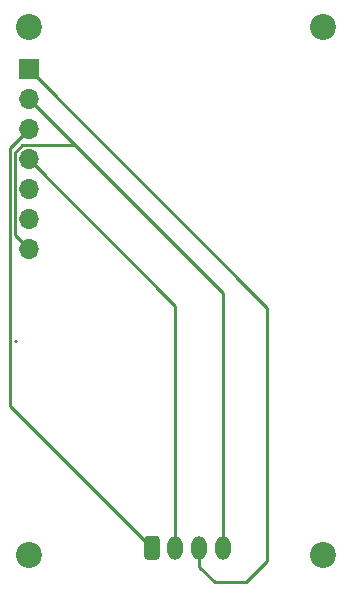
<source format=gbr>
%TF.GenerationSoftware,KiCad,Pcbnew,5.1.6*%
%TF.CreationDate,2020-10-29T14:33:52+01:00*%
%TF.ProjectId,Grove-SCD30,47726f76-652d-4534-9344-33302e6b6963,rev?*%
%TF.SameCoordinates,Original*%
%TF.FileFunction,Copper,L2,Bot*%
%TF.FilePolarity,Positive*%
%FSLAX46Y46*%
G04 Gerber Fmt 4.6, Leading zero omitted, Abs format (unit mm)*
G04 Created by KiCad (PCBNEW 5.1.6) date 2020-10-29 14:33:52*
%MOMM*%
%LPD*%
G01*
G04 APERTURE LIST*
%TA.AperFunction,ComponentPad*%
%ADD10O,1.300000X2.000000*%
%TD*%
%TA.AperFunction,ComponentPad*%
%ADD11C,2.200000*%
%TD*%
%TA.AperFunction,ComponentPad*%
%ADD12R,1.700000X1.700000*%
%TD*%
%TA.AperFunction,ComponentPad*%
%ADD13O,1.700000X1.700000*%
%TD*%
%TA.AperFunction,Conductor*%
%ADD14C,0.250000*%
%TD*%
G04 APERTURE END LIST*
%TO.P,J2,1*%
%TO.N,SCL*%
%TA.AperFunction,ComponentPad*%
G36*
G01*
X150095000Y-98187000D02*
X150895000Y-98187000D01*
G75*
G02*
X151145000Y-98437000I0J-250000D01*
G01*
X151145000Y-99937000D01*
G75*
G02*
X150895000Y-100187000I-250000J0D01*
G01*
X150095000Y-100187000D01*
G75*
G02*
X149845000Y-99937000I0J250000D01*
G01*
X149845000Y-98437000D01*
G75*
G02*
X150095000Y-98187000I250000J0D01*
G01*
G37*
%TD.AperFunction*%
D10*
%TO.P,J2,2*%
%TO.N,SDA*%
X152495000Y-99187000D03*
%TO.P,J2,3*%
%TO.N,VDD*%
X154495000Y-99187000D03*
%TO.P,J2,4*%
%TO.N,GND*%
X156495000Y-99187000D03*
%TD*%
D11*
%TO.P,,4*%
%TO.N,N/C*%
X140072576Y-99829690D03*
%TD*%
%TO.P,,1*%
%TO.N,N/C*%
X140072576Y-55115028D03*
%TD*%
%TO.P,,2*%
%TO.N,N/C*%
X164998174Y-55115028D03*
%TD*%
%TO.P,,3*%
%TO.N,N/C*%
X164998174Y-99829690D03*
%TD*%
D12*
%TO.P,J1,1*%
%TO.N,VDD*%
X140081000Y-58674000D03*
D13*
%TO.P,J1,2*%
%TO.N,GND*%
X140081000Y-61214000D03*
%TO.P,J1,3*%
%TO.N,SCL*%
X140081000Y-63754000D03*
%TO.P,J1,4*%
%TO.N,SDA*%
X140081000Y-66294000D03*
%TO.P,J1,5*%
%TO.N,Net-(J1-Pad5)*%
X140081000Y-68834000D03*
%TO.P,J1,6*%
%TO.N,Net-(J1-Pad6)*%
X140081000Y-71374000D03*
%TO.P,J1,7*%
%TO.N,GND*%
X140081000Y-73914000D03*
%TD*%
D14*
%TO.N,VDD*%
X138905999Y-81693001D02*
X139032999Y-81693001D01*
X140081000Y-58674000D02*
X160274000Y-78867000D01*
X160274000Y-78867000D02*
X160274000Y-100330000D01*
X160274000Y-100330000D02*
X158496000Y-102108000D01*
X158496000Y-102108000D02*
X155829000Y-102108000D01*
X154495000Y-100774000D02*
X154495000Y-99187000D01*
X155829000Y-102108000D02*
X154495000Y-100774000D01*
%TO.N,GND*%
X156495000Y-77628000D02*
X156495000Y-99187000D01*
X143985999Y-65118999D02*
X144145000Y-65278000D01*
X139516999Y-65118999D02*
X143985999Y-65118999D01*
X138905999Y-65729999D02*
X139516999Y-65118999D01*
X138905999Y-72738999D02*
X138905999Y-65729999D01*
X140081000Y-73914000D02*
X138905999Y-72738999D01*
X144145000Y-65278000D02*
X156495000Y-77628000D01*
X140081000Y-61214000D02*
X144145000Y-65278000D01*
%TO.N,SCL*%
X138455989Y-87147989D02*
X150495000Y-99187000D01*
X138455989Y-65379011D02*
X138455989Y-87147989D01*
X140081000Y-63754000D02*
X138455989Y-65379011D01*
%TO.N,SDA*%
X152495000Y-78708000D02*
X152495000Y-99187000D01*
X140081000Y-66294000D02*
X152495000Y-78708000D01*
%TD*%
M02*

</source>
